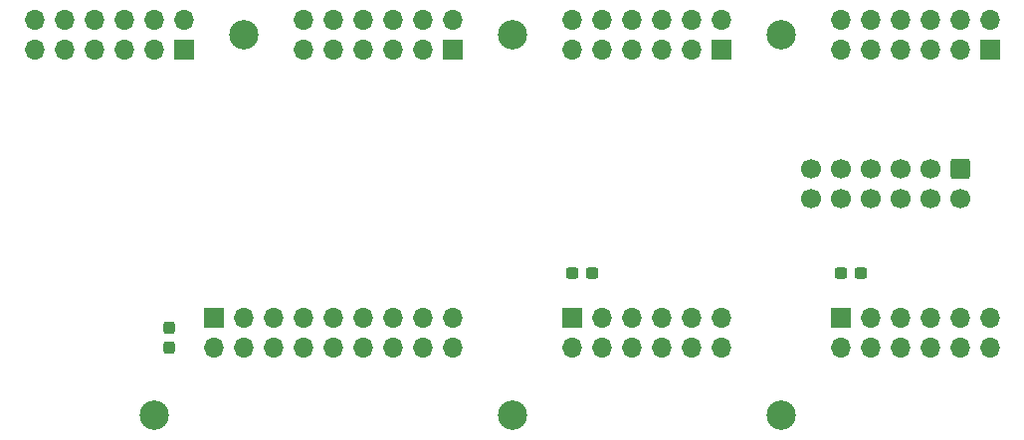
<source format=gts>
G04 #@! TF.GenerationSoftware,KiCad,Pcbnew,7.0.11-7.0.11~ubuntu20.04.1*
G04 #@! TF.CreationDate,2024-08-17T23:29:04+02:00*
G04 #@! TF.ProjectId,kicad-kria-4x-pmod,6b696361-642d-46b7-9269-612d34782d70,1.0*
G04 #@! TF.SameCoordinates,Original*
G04 #@! TF.FileFunction,Soldermask,Top*
G04 #@! TF.FilePolarity,Negative*
%FSLAX46Y46*%
G04 Gerber Fmt 4.6, Leading zero omitted, Abs format (unit mm)*
G04 Created by KiCad (PCBNEW 7.0.11-7.0.11~ubuntu20.04.1) date 2024-08-17 23:29:04*
%MOMM*%
%LPD*%
G01*
G04 APERTURE LIST*
G04 Aperture macros list*
%AMRoundRect*
0 Rectangle with rounded corners*
0 $1 Rounding radius*
0 $2 $3 $4 $5 $6 $7 $8 $9 X,Y pos of 4 corners*
0 Add a 4 corners polygon primitive as box body*
4,1,4,$2,$3,$4,$5,$6,$7,$8,$9,$2,$3,0*
0 Add four circle primitives for the rounded corners*
1,1,$1+$1,$2,$3*
1,1,$1+$1,$4,$5*
1,1,$1+$1,$6,$7*
1,1,$1+$1,$8,$9*
0 Add four rect primitives between the rounded corners*
20,1,$1+$1,$2,$3,$4,$5,0*
20,1,$1+$1,$4,$5,$6,$7,0*
20,1,$1+$1,$6,$7,$8,$9,0*
20,1,$1+$1,$8,$9,$2,$3,0*%
G04 Aperture macros list end*
%ADD10C,2.500000*%
%ADD11R,1.700000X1.700000*%
%ADD12O,1.700000X1.700000*%
%ADD13RoundRect,0.250000X-0.600000X0.600000X-0.600000X-0.600000X0.600000X-0.600000X0.600000X0.600000X0*%
%ADD14C,1.700000*%
%ADD15RoundRect,0.237500X-0.300000X-0.237500X0.300000X-0.237500X0.300000X0.237500X-0.300000X0.237500X0*%
%ADD16RoundRect,0.237500X0.237500X-0.300000X0.237500X0.300000X-0.237500X0.300000X-0.237500X-0.300000X0*%
G04 APERTURE END LIST*
D10*
X152400000Y-49530000D03*
D11*
X104140000Y-73660000D03*
D12*
X104140000Y-76200000D03*
X106680000Y-73660000D03*
X106680000Y-76200000D03*
X109220000Y-73660000D03*
X109220000Y-76200000D03*
X111760000Y-73660000D03*
X111760000Y-76200000D03*
X114300000Y-73660000D03*
X114300000Y-76200000D03*
X116840000Y-73660000D03*
X116840000Y-76200000D03*
X119380000Y-73660000D03*
X119380000Y-76200000D03*
X121920000Y-73660000D03*
X121920000Y-76200000D03*
X124460000Y-73660000D03*
X124460000Y-76200000D03*
D11*
X134620000Y-73660000D03*
D12*
X134620000Y-76200000D03*
X137160000Y-73660000D03*
X137160000Y-76200000D03*
X139700000Y-73660000D03*
X139700000Y-76200000D03*
X142240000Y-73660000D03*
X142240000Y-76200000D03*
X144780000Y-73660000D03*
X144780000Y-76200000D03*
X147320000Y-73660000D03*
X147320000Y-76200000D03*
D11*
X157480000Y-73660000D03*
D12*
X157480000Y-76200000D03*
X160020000Y-73660000D03*
X160020000Y-76200000D03*
X162560000Y-73660000D03*
X162560000Y-76200000D03*
X165100000Y-73660000D03*
X165100000Y-76200000D03*
X167640000Y-73660000D03*
X167640000Y-76200000D03*
X170180000Y-73660000D03*
X170180000Y-76200000D03*
D13*
X167640000Y-60960000D03*
D14*
X167640000Y-63500000D03*
X165100000Y-60960000D03*
X165100000Y-63500000D03*
X162560000Y-60960000D03*
X162560000Y-63500000D03*
X160020000Y-60960000D03*
X160020000Y-63500000D03*
X157480000Y-60960000D03*
X157480000Y-63500000D03*
X154940000Y-60960000D03*
X154940000Y-63500000D03*
D11*
X170180000Y-50800000D03*
D12*
X170180000Y-48260000D03*
X167640000Y-50800000D03*
X167640000Y-48260000D03*
X165100000Y-50800000D03*
X165100000Y-48260000D03*
X162560000Y-50800000D03*
X162560000Y-48260000D03*
X160020000Y-50800000D03*
X160020000Y-48260000D03*
X157480000Y-50800000D03*
X157480000Y-48260000D03*
D11*
X147320000Y-50800000D03*
D12*
X147320000Y-48260000D03*
X144780000Y-50800000D03*
X144780000Y-48260000D03*
X142240000Y-50800000D03*
X142240000Y-48260000D03*
X139700000Y-50800000D03*
X139700000Y-48260000D03*
X137160000Y-50800000D03*
X137160000Y-48260000D03*
X134620000Y-50800000D03*
X134620000Y-48260000D03*
D11*
X124460000Y-50800000D03*
D12*
X124460000Y-48260000D03*
X121920000Y-50800000D03*
X121920000Y-48260000D03*
X119380000Y-50800000D03*
X119380000Y-48260000D03*
X116840000Y-50800000D03*
X116840000Y-48260000D03*
X114300000Y-50800000D03*
X114300000Y-48260000D03*
X111760000Y-50800000D03*
X111760000Y-48260000D03*
D11*
X101600000Y-50800000D03*
D12*
X101600000Y-48260000D03*
X99060000Y-50800000D03*
X99060000Y-48260000D03*
X96520000Y-50800000D03*
X96520000Y-48260000D03*
X93980000Y-50800000D03*
X93980000Y-48260000D03*
X91440000Y-50800000D03*
X91440000Y-48260000D03*
X88900000Y-50800000D03*
X88900000Y-48260000D03*
D10*
X129540000Y-49530000D03*
X106680000Y-49530000D03*
X152400000Y-81915000D03*
X129540000Y-81915000D03*
X99060000Y-81915000D03*
D15*
X157480000Y-69850000D03*
X159205000Y-69850000D03*
X134620000Y-69850000D03*
X136345000Y-69850000D03*
D16*
X100330000Y-74475000D03*
X100330000Y-76200000D03*
M02*

</source>
